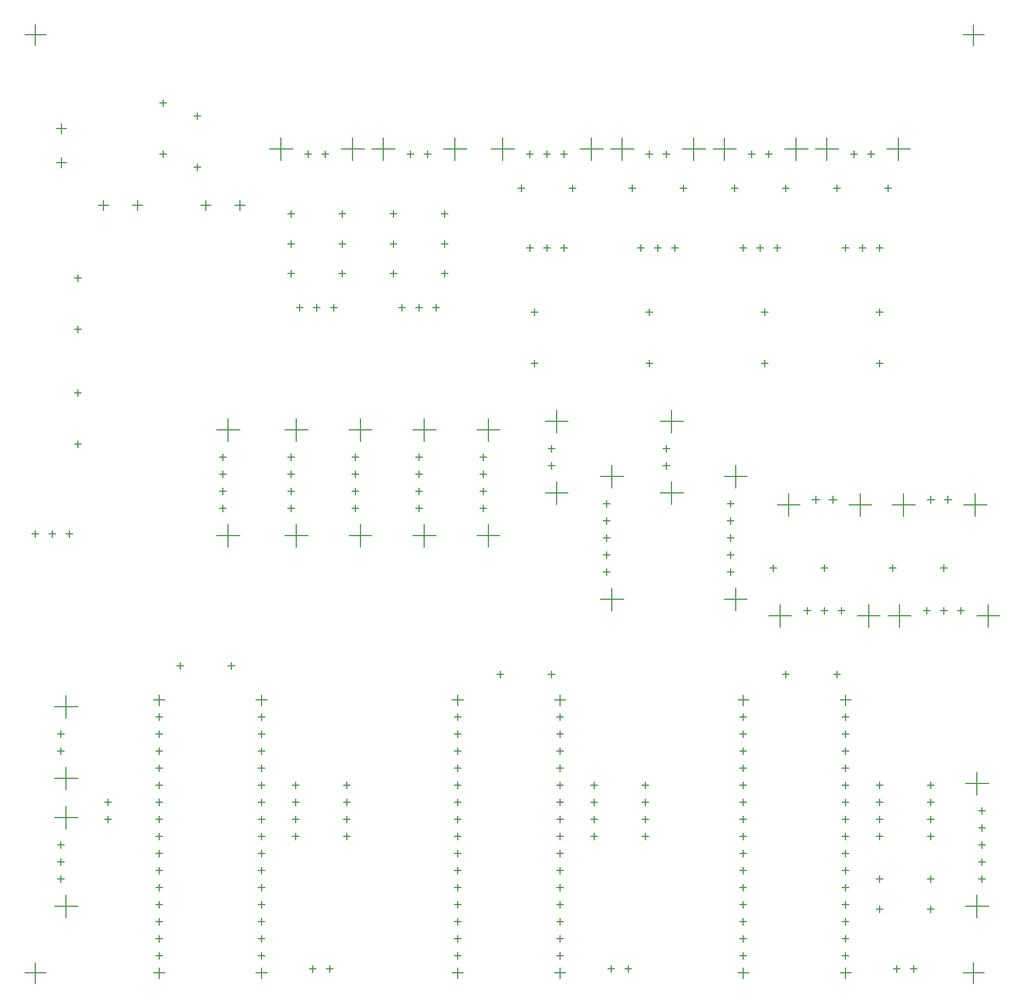
<source format=gbr>
G04 Layer_Color=128*
%FSLAX45Y45*%
%MOMM*%
%TF.FileFunction,Drillmap*%
%TF.Part,Single*%
G01*
G75*
%TA.AperFunction,NonConductor*%
%ADD41C,0.12700*%
D41*
X3016250Y3175000D02*
X3333750D01*
X3175000Y3333750D02*
Y3016250D01*
X3632200Y3995420D02*
Y4335780D01*
X3606800Y4572000D02*
X3505200D01*
X3556000Y4521200D02*
Y4622800D01*
X3462020Y4165600D02*
X3802380D01*
X3606800Y4826000D02*
X3505200D01*
X3556000Y4775200D02*
Y4876800D01*
X3606800Y5080000D02*
X3505200D01*
X3556000Y5029200D02*
Y5130800D01*
X3632200Y5316220D02*
Y5656580D01*
X3802380Y5486400D02*
X3462020D01*
X3632200Y5900420D02*
Y6240780D01*
X3802380Y6070600D02*
X3462020D01*
X3606800Y6477000D02*
X3505200D01*
X3556000Y6426200D02*
Y6527800D01*
Y6680200D02*
Y6781800D01*
X3505200Y6731000D02*
X3606800D01*
X3632200Y6967220D02*
Y7307580D01*
X3802380Y7137400D02*
X3462020D01*
X4203700Y5715000D02*
X4305300D01*
Y5461000D02*
X4203700D01*
X4254500Y5410200D02*
Y5511800D01*
Y5664200D02*
Y5765800D01*
X4965700Y5207000D02*
X5067300D01*
X5016500Y5156200D02*
Y5257800D01*
Y5003800D02*
Y4902200D01*
X5067300Y4953000D02*
X4965700D01*
Y4699000D02*
X5067300D01*
X5016500Y4648200D02*
Y4749800D01*
Y4495800D02*
Y4394200D01*
X5067300Y4445000D02*
X4965700D01*
Y4191000D02*
X5067300D01*
X5016500Y4140200D02*
Y4241800D01*
Y3987800D02*
Y3886200D01*
Y3733800D02*
Y3632200D01*
X5067300Y3683000D02*
X4965700D01*
Y3429000D02*
X5067300D01*
X5016500Y3378200D02*
Y3479800D01*
Y3257550D02*
Y3092450D01*
X5099050Y3175000D02*
X4933950D01*
X5067300Y3937000D02*
X4965700D01*
X5016500Y5410200D02*
Y5511800D01*
X5067300Y5461000D02*
X4965700D01*
X5016500Y5664200D02*
Y5765800D01*
X5067300Y5715000D02*
X4965700D01*
Y5969000D02*
X5067300D01*
X5016500Y5918200D02*
Y6019800D01*
Y6172200D02*
Y6273800D01*
X5067300Y6223000D02*
X4965700D01*
X5016500Y6426200D02*
Y6527800D01*
X5067300Y6477000D02*
X4965700D01*
Y6731000D02*
X5067300D01*
X5016500Y6680200D02*
Y6781800D01*
Y6934200D02*
Y7035800D01*
X5067300Y6985000D02*
X4965700D01*
X5016500Y7156450D02*
Y7321550D01*
X5099050Y7239000D02*
X4933950D01*
X5283200Y7747000D02*
X5384800D01*
X6045200D02*
X6146800D01*
X6096000Y7696200D02*
Y7797800D01*
X6457950Y7239000D02*
X6623050D01*
X6540500Y7156450D02*
Y7321550D01*
Y7035800D02*
Y6934200D01*
X6489700Y6985000D02*
X6591300D01*
X6540500Y6781800D02*
Y6680200D01*
X6489700Y6731000D02*
X6591300D01*
Y6477000D02*
X6489700D01*
X6540500Y6426200D02*
Y6527800D01*
Y6273800D02*
Y6172200D01*
X6489700Y6223000D02*
X6591300D01*
Y5969000D02*
X6489700D01*
X6540500Y5918200D02*
Y6019800D01*
Y5765800D02*
Y5664200D01*
Y5511800D02*
Y5410200D01*
X6489700Y5461000D02*
X6591300D01*
Y5207000D02*
X6489700D01*
X6540500Y5156200D02*
Y5257800D01*
Y5003800D02*
Y4902200D01*
X6489700Y4953000D02*
X6591300D01*
Y4699000D02*
X6489700D01*
X6540500Y4648200D02*
Y4749800D01*
Y4495800D02*
Y4394200D01*
X6489700Y4445000D02*
X6591300D01*
Y4191000D02*
X6489700D01*
X6540500Y4140200D02*
Y4241800D01*
Y3987800D02*
Y3886200D01*
Y3733800D02*
Y3632200D01*
X6489700Y3683000D02*
X6591300D01*
Y3429000D02*
X6489700D01*
X6540500Y3378200D02*
Y3479800D01*
Y3257550D02*
Y3092450D01*
X6457950Y3175000D02*
X6623050D01*
X7302500Y3187700D02*
Y3289300D01*
X7251700Y3238500D02*
X7353300D01*
X7556500Y3187700D02*
Y3289300D01*
X7505700Y3238500D02*
X7607300D01*
X6591300Y3937000D02*
X6489700D01*
X7759700Y5207000D02*
X7861300D01*
Y5461000D02*
X7759700D01*
X7810500Y5410200D02*
Y5511800D01*
Y5664200D02*
Y5765800D01*
X7759700Y5715000D02*
X7861300D01*
Y5969000D02*
X7759700D01*
X7810500Y5918200D02*
Y6019800D01*
Y5257800D02*
Y5156200D01*
X7099300Y5715000D02*
X6997700D01*
X7048500Y5765800D02*
Y5664200D01*
Y5511800D02*
Y5410200D01*
X6997700Y5461000D02*
X7099300D01*
Y5207000D02*
X6997700D01*
X7048500Y5156200D02*
Y5257800D01*
Y5918200D02*
Y6019800D01*
X6997700Y5969000D02*
X7099300D01*
X6591300Y5715000D02*
X6489700D01*
X5334000Y7696200D02*
Y7797800D01*
X7061200Y9519920D02*
Y9860280D01*
X6891020Y9690100D02*
X7231380D01*
X6985000Y10045700D02*
Y10147300D01*
X6934200Y10096500D02*
X7035800D01*
X6985000Y10299700D02*
Y10401300D01*
X6934200Y10350500D02*
X7035800D01*
X6985000Y10553700D02*
Y10655300D01*
X6934200Y10604500D02*
X7035800D01*
X6985000Y10807700D02*
Y10909300D01*
X6934200Y10858500D02*
X7035800D01*
X7231380Y11264900D02*
X6891020D01*
X7061200Y11094720D02*
Y11435080D01*
X6215380Y11264900D02*
X5875020D01*
X6045200Y11094720D02*
Y11435080D01*
X6019800Y10858500D02*
X5918200D01*
X5969000Y10807700D02*
Y10909300D01*
Y10655300D02*
Y10553700D01*
X5918200Y10604500D02*
X6019800D01*
Y10350500D02*
X5918200D01*
X5969000Y10401300D02*
Y10299700D01*
Y10147300D02*
Y10045700D01*
X5918200Y10096500D02*
X6019800D01*
X6045200Y9860280D02*
Y9519920D01*
X6215380Y9690100D02*
X5875020D01*
X8013700Y9519920D02*
Y9860280D01*
X7843520Y9690100D02*
X8183880D01*
X7937500Y10045700D02*
Y10147300D01*
X7886700Y10096500D02*
X7988300D01*
X7937500Y10299700D02*
Y10401300D01*
X7886700Y10350500D02*
X7988300D01*
X7937500Y10553700D02*
Y10655300D01*
X7886700Y10604500D02*
X7988300D01*
X7937500Y10807700D02*
Y10909300D01*
X7886700Y10858500D02*
X7988300D01*
X8013700Y11094720D02*
Y11435080D01*
X7843520Y11264900D02*
X8183880D01*
X8839200Y10604500D02*
X8940800D01*
Y10350500D02*
X8839200D01*
X8890000Y10401300D02*
Y10299700D01*
Y10147300D02*
Y10045700D01*
X8839200Y10096500D02*
X8940800D01*
X8966200Y9860280D02*
Y9519920D01*
X9136380Y9690100D02*
X8796020D01*
X8890000Y10553700D02*
Y10655300D01*
X8940800Y10858500D02*
X8839200D01*
X8890000Y10807700D02*
Y10909300D01*
X8966200Y11094720D02*
Y11435080D01*
X9136380Y11264900D02*
X8796020D01*
X9842500Y10299700D02*
Y10401300D01*
X9791700Y10350500D02*
X9893300D01*
X9842500Y10553700D02*
Y10655300D01*
X9791700Y10604500D02*
X9893300D01*
Y10096500D02*
X9791700D01*
X9842500Y10045700D02*
Y10147300D01*
X9918700Y9860280D02*
Y9519920D01*
X10088880Y9690100D02*
X9748520D01*
X10934700Y10154920D02*
Y10495280D01*
X10764520Y10325100D02*
X11104880D01*
X11633200Y10160000D02*
X11734800D01*
X11684000Y10109200D02*
Y10210800D01*
Y9956800D02*
Y9855200D01*
X11633200Y9906000D02*
X11734800D01*
Y9652000D02*
X11633200D01*
X11684000Y9702800D02*
Y9601200D01*
Y9448800D02*
Y9347200D01*
X11633200Y9398000D02*
X11734800D01*
Y9144000D02*
X11633200D01*
X11684000Y9093200D02*
Y9194800D01*
X11590020Y8737600D02*
X11930380D01*
X11760200Y8567420D02*
Y8907780D01*
X12649200Y10154920D02*
Y10495280D01*
X12479020Y10325100D02*
X12819380D01*
X13474699Y10160000D02*
X13576300D01*
X13525500Y10109200D02*
Y10210800D01*
Y9956800D02*
Y9855200D01*
X13576300Y9906000D02*
X13474699D01*
Y9652000D02*
X13576300D01*
X13525500Y9702800D02*
Y9601200D01*
Y9448800D02*
Y9347200D01*
X13576300Y9398000D02*
X13474699D01*
Y9144000D02*
X13576300D01*
X13525500Y9093200D02*
Y9194800D01*
X13601700Y8907780D02*
Y8567420D01*
X13771880Y8737600D02*
X13431520D01*
X14091920Y8496300D02*
X14432280D01*
X14262100Y8326120D02*
Y8666480D01*
X14668500Y8521700D02*
Y8623300D01*
X14617700Y8572500D02*
X14719299D01*
X14871700D02*
X14973300D01*
X15125700D02*
X15227299D01*
X15176500Y8623300D02*
Y8521700D01*
X15412720Y8496300D02*
X15753081D01*
X15869920D02*
X16210280D01*
X16040100Y8326120D02*
Y8666480D01*
X16446500Y8521700D02*
Y8623300D01*
X16395700Y8572500D02*
X16497301D01*
X16649699D02*
X16751300D01*
X16903700D02*
X17005299D01*
X16954500Y8623300D02*
Y8521700D01*
X17190720Y8496300D02*
X17531081D01*
X17360899Y8666480D02*
Y8326120D01*
X16751300Y9207500D02*
X16649699D01*
X16700500Y9156700D02*
Y9258300D01*
Y8623300D02*
Y8521700D01*
X15938499Y9156700D02*
Y9258300D01*
X15887700Y9207500D02*
X15989301D01*
X15582899Y8666480D02*
Y8326120D01*
X15163800Y7620000D02*
X15062199D01*
X15113000Y7569200D02*
Y7670800D01*
X15157449Y7239000D02*
X15322549D01*
X15239999Y7156450D02*
Y7321550D01*
Y7035800D02*
Y6934200D01*
X15189200Y6985000D02*
X15290800D01*
X15239999Y6781800D02*
Y6680200D01*
X15189200Y6731000D02*
X15290800D01*
Y6477000D02*
X15189200D01*
X15239999Y6426200D02*
Y6527800D01*
Y6273800D02*
Y6172200D01*
X15189200Y6223000D02*
X15290800D01*
Y5969000D02*
X15189200D01*
X15239999Y5918200D02*
Y6019800D01*
Y5765800D02*
Y5664200D01*
Y5511800D02*
Y5410200D01*
X15189200Y5461000D02*
X15290800D01*
Y5207000D02*
X15189200D01*
X15239999Y5156200D02*
Y5257800D01*
Y5003800D02*
Y4902200D01*
X15189200Y4953000D02*
X15290800D01*
Y4699000D02*
X15189200D01*
X15239999Y4648200D02*
Y4749800D01*
Y4495800D02*
Y4394200D01*
X15189200Y4445000D02*
X15290800D01*
Y4191000D02*
X15189200D01*
X15239999Y4140200D02*
Y4241800D01*
Y3987800D02*
Y3886200D01*
Y3733800D02*
Y3632200D01*
X15189200Y3683000D02*
X15290800D01*
Y3429000D02*
X15189200D01*
X15239999Y3378200D02*
Y3479800D01*
Y3257550D02*
Y3092450D01*
X15157449Y3175000D02*
X15322549D01*
X16002000Y3187700D02*
Y3289300D01*
X15951199Y3238500D02*
X16052800D01*
X16205200D02*
X16306799D01*
X16256000Y3289300D02*
Y3187700D01*
X16986250Y3175000D02*
X17303751D01*
X17145000Y3016250D02*
Y3333750D01*
X17195799Y3995420D02*
Y4335780D01*
X17221201Y4572000D02*
X17322800D01*
X17272000Y4521200D02*
Y4622800D01*
X17365981Y4165600D02*
X17025620D01*
X16510001Y4521200D02*
Y4622800D01*
X16459200Y4572000D02*
X16560800D01*
Y4127500D02*
X16459200D01*
X16510001Y4076700D02*
Y4178300D01*
X17221201Y4826000D02*
X17322800D01*
X17272000Y4775200D02*
Y4876800D01*
Y5029200D02*
Y5130800D01*
X17221201Y5080000D02*
X17322800D01*
X17272000Y5283200D02*
Y5384800D01*
Y5537200D02*
Y5638800D01*
X17221201Y5588000D02*
X17322800D01*
Y5334000D02*
X17221201D01*
X17195799Y5824220D02*
Y6164580D01*
X17365981Y5994400D02*
X17025620D01*
X16560800Y5969000D02*
X16459200D01*
X16510001Y5918200D02*
Y6019800D01*
Y5765800D02*
Y5664200D01*
Y5511800D02*
Y5410200D01*
X16459200Y5461000D02*
X16560800D01*
Y5207000D02*
X16459200D01*
X16510001Y5156200D02*
Y5257800D01*
X16459200Y5715000D02*
X16560800D01*
X15798801D02*
X15697200D01*
X15748000Y5765800D02*
Y5664200D01*
Y5511800D02*
Y5410200D01*
X15697200Y5461000D02*
X15798801D01*
Y5207000D02*
X15697200D01*
X15748000Y5156200D02*
Y5257800D01*
Y4622800D02*
Y4521200D01*
X15697200Y4572000D02*
X15798801D01*
Y4127500D02*
X15697200D01*
X15748000Y4076700D02*
Y4178300D01*
X15290800Y3937000D02*
X15189200D01*
X13716000Y5410200D02*
Y5511800D01*
X13665199Y5461000D02*
X13766800D01*
X13716000Y5664200D02*
Y5765800D01*
X13665199Y5715000D02*
X13766800D01*
X13716000Y5918200D02*
Y6019800D01*
X13665199Y5969000D02*
X13766800D01*
X13716000Y6172200D02*
Y6273800D01*
X13665199Y6223000D02*
X13766800D01*
X13716000Y6426200D02*
Y6527800D01*
X13665199Y6477000D02*
X13766800D01*
X13716000Y6680200D02*
Y6781800D01*
Y6934200D02*
Y7035800D01*
X13665199Y6985000D02*
X13766800D01*
Y6731000D02*
X13665199D01*
X13716000Y7156450D02*
Y7321550D01*
X13633450Y7239000D02*
X13798550D01*
X14300200Y7620000D02*
X14401801D01*
X14350999Y7569200D02*
Y7670800D01*
X14922501Y8521700D02*
Y8623300D01*
X14973300Y9207500D02*
X14871700D01*
X14922501Y9156700D02*
Y9258300D01*
X15455901Y9977120D02*
Y10317480D01*
X15626080Y10147300D02*
X15285719D01*
X15049500Y10167620D02*
Y10279380D01*
X14993620Y10223500D02*
X15105380D01*
X14851379D02*
X14739619D01*
X14795500Y10167620D02*
Y10279380D01*
X14559280Y10147300D02*
X14218919D01*
X14389101Y9977120D02*
Y10317480D01*
X14160500Y9258300D02*
Y9156700D01*
X14109700Y9207500D02*
X14211301D01*
X13601700Y10396220D02*
Y10736580D01*
X13771880Y10566400D02*
X13431520D01*
X12573000Y11036300D02*
Y10934700D01*
X12522200Y10985500D02*
X12623800D01*
Y10731500D02*
X12522200D01*
X12573000Y10680700D02*
Y10782300D01*
X12649200Y11221720D02*
Y11562080D01*
X12479020Y11391900D02*
X12819380D01*
X12319000Y12204700D02*
Y12306300D01*
X12268200Y12255500D02*
X12369800D01*
X12319000Y12966701D02*
Y13068300D01*
X12268200Y13017500D02*
X12369800D01*
X12496800Y13970000D02*
X12395200D01*
X12446000Y13919200D02*
Y14020799D01*
X12242800Y13970000D02*
X12141200D01*
X12192000Y13919200D02*
Y14020799D01*
X12649200Y13970000D02*
X12750800D01*
X12700000Y13919200D02*
Y14020799D01*
X12827000Y14808200D02*
Y14909801D01*
X12877800Y14859000D02*
X12776200D01*
X12979401Y15273019D02*
Y15613380D01*
X13149580Y15443201D02*
X12809219D01*
X12623800Y15367000D02*
X12522200D01*
X12573000Y15316200D02*
Y15417799D01*
X12369800Y15367000D02*
X12268200D01*
X12319000Y15316200D02*
Y15417799D01*
X12082780Y15443201D02*
X11742420D01*
X11625580D02*
X11285220D01*
X11099800Y15367000D02*
X10998200D01*
X10845800D02*
X10744200D01*
X10795000Y15316200D02*
Y15417799D01*
X11049000D02*
Y15316200D01*
X11455400Y15273019D02*
Y15613380D01*
X11912600Y15273019D02*
Y15613380D01*
X12014200Y14859000D02*
X12115800D01*
X12065000Y14808200D02*
Y14909801D01*
X11226800Y14859000D02*
X11125200D01*
X11176000Y14808200D02*
Y14909801D01*
X10998200Y13970000D02*
X11099800D01*
X11049000Y13919200D02*
Y14020799D01*
X10845800Y13970000D02*
X10744200D01*
X10795000Y13919200D02*
Y14020799D01*
X10591800Y13970000D02*
X10490200D01*
X10541000Y13919200D02*
Y14020799D01*
X10414000Y14808200D02*
Y14909801D01*
X10363200Y14859000D02*
X10464800D01*
X10134600Y15273019D02*
Y15613380D01*
X9964420Y15443201D02*
X10304780D01*
X10490200Y15367000D02*
X10591800D01*
X10541000Y15316200D02*
Y15417799D01*
X9593580Y15443201D02*
X9253220D01*
X9423400Y15613380D02*
Y15273019D01*
X9017000Y15316200D02*
Y15417799D01*
X8966200Y15367000D02*
X9067800D01*
X8813800D02*
X8712200D01*
X8763000Y15316200D02*
Y15417799D01*
X8526780Y15443201D02*
X8186420D01*
X8356600Y15613380D02*
Y15273019D01*
X8069580Y15443201D02*
X7729220D01*
X7543800Y15367000D02*
X7442200D01*
X7289800D02*
X7188200D01*
X7239000Y15316200D02*
Y15417799D01*
X7493000D02*
Y15316200D01*
X7899400Y15273019D02*
Y15613380D01*
X7797800Y14478000D02*
X7696200D01*
X7747000Y14427200D02*
Y14528799D01*
Y14084300D02*
Y13982700D01*
X7696200Y14033501D02*
X7797800D01*
Y13589000D02*
X7696200D01*
X7747000Y13538200D02*
Y13639799D01*
X7416800Y13081000D02*
X7315200D01*
X7366000Y13030200D02*
Y13131799D01*
X7162800Y13081000D02*
X7061200D01*
X7112000Y13030200D02*
Y13131799D01*
X7569200Y13081000D02*
X7670800D01*
X7620000Y13030200D02*
Y13131799D01*
X8458200Y13589000D02*
X8559800D01*
X9220200D02*
X9321800D01*
X9271000Y13538200D02*
Y13639799D01*
Y13982700D02*
Y14084300D01*
X9321800Y14033501D02*
X9220200D01*
X9271000Y14427200D02*
Y14528799D01*
X9321800Y14478000D02*
X9220200D01*
X8559800D02*
X8458200D01*
X8509000Y14427200D02*
Y14528799D01*
Y14084300D02*
Y13982700D01*
X8458200Y14033501D02*
X8559800D01*
X8509000Y13639799D02*
Y13538200D01*
X8585200Y13081000D02*
X8686800D01*
X8636000Y13030200D02*
Y13131799D01*
X8839200Y13081000D02*
X8940800D01*
X9093200D02*
X9194800D01*
X9144000Y13030200D02*
Y13131799D01*
X8890000D02*
Y13030200D01*
X9918700Y11435080D02*
Y11094720D01*
X9748520Y11264900D02*
X10088880D01*
X9893300Y10858500D02*
X9791700D01*
X9842500Y10807700D02*
Y10909300D01*
X10807700Y10985500D02*
X10909300D01*
X10858500Y10934700D02*
Y11036300D01*
X10934700Y11221720D02*
Y11562080D01*
X10764520Y11391900D02*
X11104880D01*
X10909300Y10731500D02*
X10807700D01*
X10858500Y10680700D02*
Y10782300D01*
X11590020Y10566400D02*
X11930380D01*
X11760200Y10396220D02*
Y10736580D01*
X10604500Y12204700D02*
Y12306300D01*
X10553700Y12255500D02*
X10655300D01*
X10604500Y12966701D02*
Y13068300D01*
X10553700Y13017500D02*
X10655300D01*
X13436600Y15273019D02*
Y15613380D01*
X13266420Y15443201D02*
X13606779D01*
X13792200Y15367000D02*
X13893800D01*
X14046201D02*
X14147800D01*
X14097000Y15316200D02*
Y15417799D01*
X14503400Y15273019D02*
Y15613380D01*
X14333220Y15443201D02*
X14673579D01*
X14790421D02*
X15130780D01*
X14960600Y15613380D02*
Y15273019D01*
X15062199Y14859000D02*
X15163800D01*
X15113000Y14808200D02*
Y14909801D01*
X15189200Y13970000D02*
X15290800D01*
X15239999Y13919200D02*
Y14020799D01*
X15443201Y13970000D02*
X15544800D01*
X15494000Y13919200D02*
Y14020799D01*
X15697200Y13970000D02*
X15798801D01*
X15748000Y13919200D02*
Y14020799D01*
X15824200Y14859000D02*
X15925800D01*
X15875000Y14808200D02*
Y14909801D01*
X16027400Y15273019D02*
Y15613380D01*
X16197580Y15443201D02*
X15857220D01*
X15671800Y15367000D02*
X15570200D01*
X15621001Y15316200D02*
Y15417799D01*
X15417799Y15367000D02*
X15316200D01*
X15367000Y15316200D02*
Y15417799D01*
X14401801Y14859000D02*
X14300200D01*
X14350999Y14808200D02*
Y14909801D01*
X14224001Y14020799D02*
Y13919200D01*
X14173199Y13970000D02*
X14274800D01*
X14020799D02*
X13919200D01*
X13970000Y13919200D02*
Y14020799D01*
X13766800Y13970000D02*
X13665199D01*
X13716000Y13919200D02*
Y14020799D01*
X13589000Y14808200D02*
Y14909801D01*
X13538200Y14859000D02*
X13639799D01*
X13842999Y15316200D02*
Y15417799D01*
X13982700Y13017500D02*
X14084300D01*
X14033501Y12966701D02*
Y13068300D01*
Y12306300D02*
Y12204700D01*
X13982700Y12255500D02*
X14084300D01*
X15697200D02*
X15798801D01*
X15748000Y12204700D02*
Y12306300D01*
Y12966701D02*
Y13068300D01*
X15697200Y13017500D02*
X15798801D01*
X15933420Y10147300D02*
X16273779D01*
X16103600Y9977120D02*
Y10317480D01*
X16454120Y10223500D02*
X16565880D01*
X16510001Y10167620D02*
Y10279380D01*
X16708121Y10223500D02*
X16819881D01*
X16764000Y10167620D02*
Y10279380D01*
X17000220Y10147300D02*
X17340581D01*
X17170399Y9977120D02*
Y10317480D01*
X15290800Y5715000D02*
X15189200D01*
X15697200Y5969000D02*
X15798801D01*
X15748000Y5918200D02*
Y6019800D01*
X13766800Y5207000D02*
X13665199D01*
X13716000Y5156200D02*
Y5257800D01*
Y5003800D02*
Y4902200D01*
X13665199Y4953000D02*
X13766800D01*
Y4699000D02*
X13665199D01*
X13716000Y4648200D02*
Y4749800D01*
Y4495800D02*
Y4394200D01*
X13665199Y4445000D02*
X13766800D01*
Y4191000D02*
X13665199D01*
X13716000Y4140200D02*
Y4241800D01*
Y3987800D02*
Y3886200D01*
Y3733800D02*
Y3632200D01*
X13665199Y3683000D02*
X13766800D01*
Y3429000D02*
X13665199D01*
X13716000Y3378200D02*
Y3479800D01*
Y3257550D02*
Y3092450D01*
X13633450Y3175000D02*
X13798550D01*
X13766800Y3937000D02*
X13665199D01*
X12255500Y5410200D02*
Y5511800D01*
X12204700Y5461000D02*
X12306300D01*
X12255500Y5664200D02*
Y5765800D01*
X12204700Y5715000D02*
X12306300D01*
X12255500Y5918200D02*
Y6019800D01*
X12204700Y5969000D02*
X12306300D01*
Y5207000D02*
X12204700D01*
X12255500Y5156200D02*
Y5257800D01*
X11544300Y5715000D02*
X11442700D01*
X11493500Y5765800D02*
Y5664200D01*
Y5511800D02*
Y5410200D01*
X11442700Y5461000D02*
X11544300D01*
Y5207000D02*
X11442700D01*
X11493500Y5156200D02*
Y5257800D01*
X11036300Y5461000D02*
X10934700D01*
X10985500Y5410200D02*
Y5511800D01*
Y5664200D02*
Y5765800D01*
X10934700Y5715000D02*
X11036300D01*
Y5969000D02*
X10934700D01*
X10985500Y5918200D02*
Y6019800D01*
X11036300Y6223000D02*
X10934700D01*
X10985500Y6172200D02*
Y6273800D01*
X11036300Y6477000D02*
X10934700D01*
X10985500Y6426200D02*
Y6527800D01*
Y6680200D02*
Y6781800D01*
Y6934200D02*
Y7035800D01*
X10934700Y6985000D02*
X11036300D01*
Y6731000D02*
X10934700D01*
X11442700Y5969000D02*
X11544300D01*
X11493500Y5918200D02*
Y6019800D01*
X11036300Y5207000D02*
X10934700D01*
X10985500Y5156200D02*
Y5257800D01*
Y5003800D02*
Y4902200D01*
X10934700Y4953000D02*
X11036300D01*
Y4699000D02*
X10934700D01*
X10985500Y4648200D02*
Y4749800D01*
Y4495800D02*
Y4394200D01*
X10934700Y4445000D02*
X11036300D01*
Y4191000D02*
X10934700D01*
X10985500Y4140200D02*
Y4241800D01*
Y3987800D02*
Y3886200D01*
Y3733800D02*
Y3632200D01*
X10934700Y3683000D02*
X11036300D01*
Y3429000D02*
X10934700D01*
X10985500Y3378200D02*
Y3479800D01*
Y3257550D02*
Y3092450D01*
X10902950Y3175000D02*
X11068050D01*
X11696700Y3238500D02*
X11798300D01*
X11747500Y3289300D02*
Y3187700D01*
X12001500D02*
Y3289300D01*
X11950700Y3238500D02*
X12052300D01*
X11036300Y3937000D02*
X10934700D01*
X9461500Y5410200D02*
Y5511800D01*
X9410700Y5461000D02*
X9512300D01*
X9461500Y5664200D02*
Y5765800D01*
X9410700Y5715000D02*
X9512300D01*
X9461500Y5918200D02*
Y6019800D01*
X9410700Y5969000D02*
X9512300D01*
X9461500Y6172200D02*
Y6273800D01*
X9410700Y6223000D02*
X9512300D01*
X9461500Y6426200D02*
Y6527800D01*
X9410700Y6477000D02*
X9512300D01*
X9461500Y6680200D02*
Y6781800D01*
Y6934200D02*
Y7035800D01*
X9410700Y6985000D02*
X9512300D01*
Y6731000D02*
X9410700D01*
X9461500Y7156450D02*
Y7321550D01*
X9378950Y7239000D02*
X9544050D01*
X10045700Y7620000D02*
X10147300D01*
X10096500Y7569200D02*
Y7670800D01*
X10902950Y7239000D02*
X11068050D01*
X10858500Y7569200D02*
Y7670800D01*
X10807700Y7620000D02*
X10909300D01*
X10985500Y7321550D02*
Y7156450D01*
X9512300Y5207000D02*
X9410700D01*
X9461500Y5156200D02*
Y5257800D01*
Y5003800D02*
Y4902200D01*
X9410700Y4953000D02*
X9512300D01*
Y4699000D02*
X9410700D01*
X9461500Y4648200D02*
Y4749800D01*
Y4495800D02*
Y4394200D01*
X9410700Y4445000D02*
X9512300D01*
Y4191000D02*
X9410700D01*
X9461500Y4140200D02*
Y4241800D01*
Y3987800D02*
Y3886200D01*
Y3733800D02*
Y3632200D01*
X9410700Y3683000D02*
X9512300D01*
Y3429000D02*
X9410700D01*
X9461500Y3378200D02*
Y3479800D01*
Y3257550D02*
Y3092450D01*
X9378950Y3175000D02*
X9544050D01*
X9512300Y3937000D02*
X9410700D01*
X3683000Y9664700D02*
Y9766300D01*
X3632200Y9715500D02*
X3733800D01*
X3479800D02*
X3378200D01*
X3429000Y9664700D02*
Y9766300D01*
X3225800Y9715500D02*
X3124200D01*
X3175000Y9664700D02*
Y9766300D01*
X3810000Y10998200D02*
Y11099800D01*
X3759200Y11049000D02*
X3860800D01*
X3810000Y11760200D02*
Y11861800D01*
X3759200Y11811000D02*
X3860800D01*
X3810000Y12712700D02*
Y12814301D01*
X3759200Y12763500D02*
X3860800D01*
X3810000Y13474699D02*
Y13576300D01*
X3759200Y13525500D02*
X3860800D01*
X4191000Y14528799D02*
Y14681200D01*
X4114800Y14605000D02*
X4267200D01*
X4622800D02*
X4775200D01*
X4699000Y14681200D02*
Y14528799D01*
X5638800Y14605000D02*
X5791200D01*
X5715000Y14681200D02*
Y14528799D01*
X6223000D02*
Y14681200D01*
X6146800Y14605000D02*
X6299200D01*
X6934200Y14033501D02*
X7035800D01*
X6985000Y13982700D02*
Y14084300D01*
Y13639799D02*
Y13538200D01*
X6934200Y13589000D02*
X7035800D01*
X6985000Y14427200D02*
Y14528799D01*
X6934200Y14478000D02*
X7035800D01*
X6832600Y15273019D02*
Y15613380D01*
X7002780Y15443201D02*
X6662420D01*
X5588000Y15887700D02*
Y15989301D01*
X5537200Y15938499D02*
X5638800D01*
X5080000Y16078200D02*
Y16179800D01*
X5029200Y16128999D02*
X5130800D01*
Y15367000D02*
X5029200D01*
X5080000Y15316200D02*
Y15417799D01*
X5537200Y15176500D02*
X5638800D01*
X5588000Y15125700D02*
Y15227299D01*
X3558540Y15673907D02*
Y15826308D01*
X3634740Y15750108D02*
X3482340D01*
X3558540Y15316200D02*
Y15163800D01*
X3634740Y15239999D02*
X3482340D01*
X3175000Y16986250D02*
Y17303751D01*
X3016250Y17145000D02*
X3333750D01*
X16986250D02*
X17303751D01*
X17145000Y17303751D02*
Y16986250D01*
%TF.MD5,D7815E99D996B2B697F6E732F764F022*%
M02*

</source>
